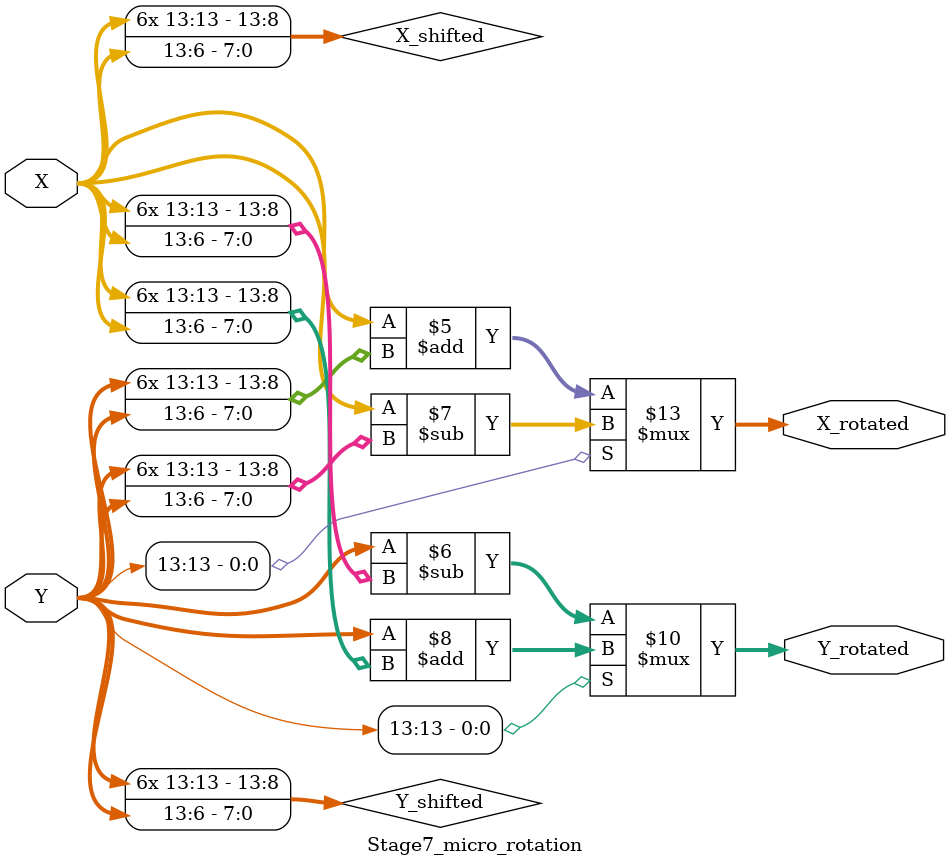
<source format=v>
`timescale 1ns / 1ps

module Stage7_micro_rotation(X, Y, X_rotated, Y_rotated);     
input [13:0] X, Y;
//input Y_signed;
output [13:0] X_rotated, Y_rotated;

// input
wire signed [13:0] X, Y;        // S1.12  (14bits)
//wire signed Y_signed;           // Y[13] = ¦P¤@­Ó stage Y ªº signed bit¡A¨M©w X¡BY ­n¥[©Î´î

// output
reg signed [13:0] X_rotated, Y_rotated;       // S1.12  (14bits)

reg signed [13:0] X_shifted, Y_shifted;

always@ (X or Y)
begin
    X_shifted = X >>> 6;          // ²Ä 7 ­Ó stage ¦V¥k¦ì²¾ 6 bits
    Y_shifted = Y >>> 6;
    
    if(Y[13] == 1'b0)
    begin
        X_rotated = X + Y_shifted;
        Y_rotated = Y - X_shifted;
    end
    
    else
    begin
        X_rotated = X - Y_shifted;
        Y_rotated = Y + X_shifted;
    end
end

endmodule

</source>
